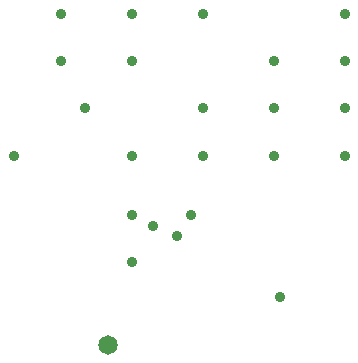
<source format=gbr>
G04 EAGLE Gerber RS-274X export*
G75*
%MOMM*%
%FSLAX34Y34*%
%LPD*%
%INVias*%
%IPPOS*%
%AMOC8*
5,1,8,0,0,1.08239X$1,22.5*%
G01*
%ADD10C,0.904800*%
%ADD11C,1.650000*%


D10*
X255000Y200000D03*
D11*
X110000Y160000D03*
D10*
X180000Y270000D03*
X130000Y230000D03*
X130000Y270000D03*
X30000Y320000D03*
X310000Y320000D03*
X250000Y320000D03*
X130000Y320000D03*
X190000Y320000D03*
X70000Y440000D03*
X310000Y440000D03*
X130000Y440000D03*
X190000Y440000D03*
X70000Y400000D03*
X310000Y400000D03*
X130000Y400000D03*
X250000Y400000D03*
X310000Y360000D03*
X90000Y360000D03*
X190000Y360000D03*
X250000Y360000D03*
X148000Y260000D03*
X168000Y252000D03*
M02*

</source>
